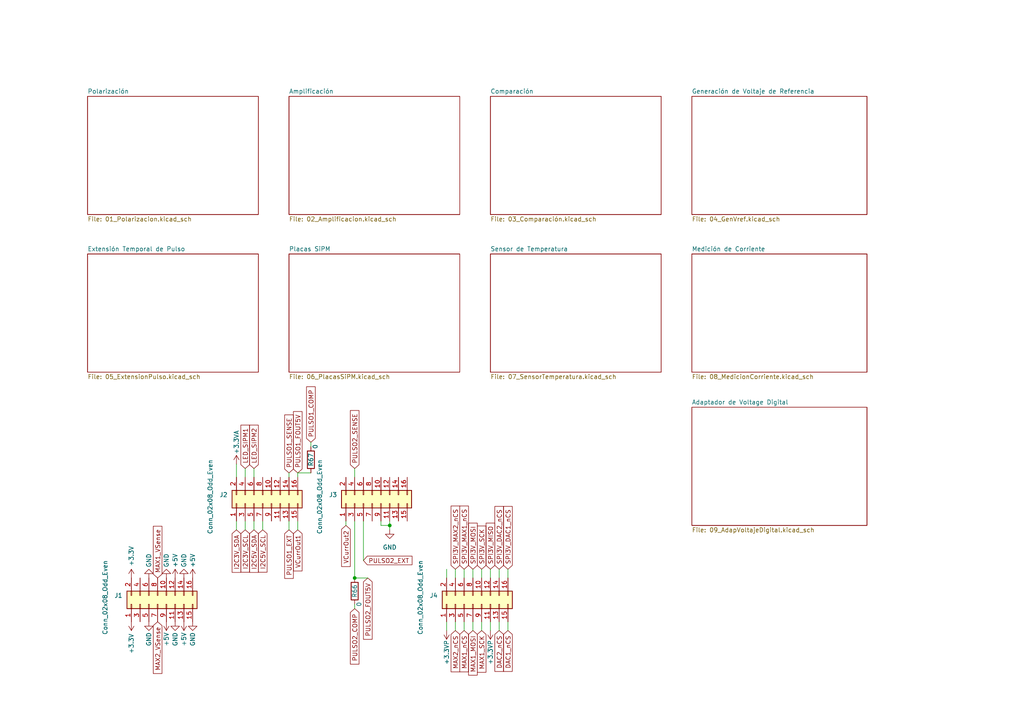
<source format=kicad_sch>
(kicad_sch (version 20230121) (generator eeschema)
  (paper "A4")
  (lib_symbols
    (symbol "Connector_Generic:Conn_02x08_Odd_Even" (pin_names (offset 1.016) hide)
      (property "Reference" "J" (at 1.27 10.16 0))
      (property "Value" "Conn_02x08_Odd_Even" (at 1.27 -12.7 0))
      (symbol "Conn_02x08_Odd_Even_1_1"
        (rectangle (start -1.27 -10.033) (end 0 -10.287) (stroke (width 0.1524)))
        (rectangle (start -1.27 -7.493) (end 0 -7.747) (stroke (width 0.1524)))
        (rectangle (start -1.27 -4.953) (end 0 -5.207) (stroke (width 0.1524)))
        (rectangle (start -1.27 -2.413) (end 0 -2.667) (stroke (width 0.1524)))
        (rectangle (start -1.27 0.127) (end 0 -0.127) (stroke (width 0.1524)))
        (rectangle (start -1.27 2.667) (end 0 2.413) (stroke (width 0.1524)))
        (rectangle (start -1.27 5.207) (end 0 4.953) (stroke (width 0.1524)))
        (rectangle (start -1.27 7.747) (end 0 7.493) (stroke (width 0.1524)))
        (rectangle (start -1.27 8.89) (end 3.81 -11.43) (stroke (width 0.254)) (fill (type background)))
        (rectangle (start 3.81 -10.033) (end 2.54 -10.287) (stroke (width 0.1524)))
        (rectangle (start 3.81 -7.493) (end 2.54 -7.747) (stroke (width 0.1524)))
        (rectangle (start 3.81 -4.953) (end 2.54 -5.207) (stroke (width 0.1524)))
        (rectangle (start 3.81 -2.413) (end 2.54 -2.667) (stroke (width 0.1524)))
        (rectangle (start 3.81 0.127) (end 2.54 -0.127) (stroke (width 0.1524)))
        (rectangle (start 3.81 2.667) (end 2.54 2.413) (stroke (width 0.1524)))
        (rectangle (start 3.81 5.207) (end 2.54 4.953) (stroke (width 0.1524)))
        (rectangle (start 3.81 7.747) (end 2.54 7.493) (stroke (width 0.1524)))
        (pin passive line (at -5.08 7.62 0) (length 3.81) (name "Pin_1") (number "1"))
        (pin passive line (at 7.62 -2.54 180) (length 3.81) (name "Pin_10") (number "10"))
        (pin passive line (at -5.08 -5.08 0) (length 3.81) (name "Pin_11") (number "11"))
        (pin passive line (at 7.62 -5.08 180) (length 3.81) (name "Pin_12") (number "12"))
        (pin passive line (at -5.08 -7.62 0) (length 3.81) (name "Pin_13") (number "13"))
        (pin passive line (at 7.62 -7.62 180) (length 3.81) (name "Pin_14") (number "14"))
        (pin passive line (at -5.08 -10.16 0) (length 3.81) (name "Pin_15") (number "15"))
        (pin passive line (at 7.62 -10.16 180) (length 3.81) (name "Pin_16") (number "16"))
        (pin passive line (at 7.62 7.62 180) (length 3.81) (name "Pin_2") (number "2"))
        (pin passive line (at -5.08 5.08 0) (length 3.81) (name "Pin_3") (number "3"))
        (pin passive line (at 7.62 5.08 180) (length 3.81) (name "Pin_4") (number "4"))
        (pin passive line (at -5.08 2.54 0) (length 3.81) (name "Pin_5") (number "5"))
        (pin passive line (at 7.62 2.54 180) (length 3.81) (name "Pin_6") (number "6"))
        (pin passive line (at -5.08 0 0) (length 3.81) (name "Pin_7") (number "7"))
        (pin passive line (at 7.62 0 180) (length 3.81) (name "Pin_8") (number "8"))
        (pin passive line (at -5.08 -2.54 0) (length 3.81) (name "Pin_9") (number "9"))
      )
    )
    (symbol "Device:R" (pin_numbers hide) (pin_names (offset 0))
      (property "Reference" "R" (at 2.032 0 90))
      (property "Value" "R" (at 0 0 90))
      (symbol "R_0_1"
        (rectangle (start -1.016 -2.54) (end 1.016 2.54) (stroke (width 0.254)))
      )
      (symbol "R_1_1"
        (pin passive line (at 0 3.81 270) (length 1.27) (name "~") (number "1"))
        (pin passive line (at 0 -3.81 90) (length 1.27) (name "~") (number "2"))
      )
    )
    (symbol "power:+3.3V" (power) (pin_names (offset 0))
      (property "Value" "+3.3V" (at 0 3.556 0))
      (symbol "+3.3V_0_1"
        (polyline (pts (xy -0.762 1.27) (xy 0 2.54)))
        (polyline (pts (xy 0 0) (xy 0 2.54)))
        (polyline (pts (xy 0 2.54) (xy 0.762 1.27)))
      )
      (symbol "+3.3V_1_1"
        (pin power_in line (at 0 0 90) (length 0) hide (name "+3.3V") (number "1"))
      )
    )
    (symbol "power:+3.3VA" (power) (pin_names (offset 0))
      (property "Value" "+3.3VA" (at 0 3.556 0))
      (symbol "+3.3VA_0_1"
        (polyline (pts (xy -0.762 1.27) (xy 0 2.54)))
        (polyline (pts (xy 0 0) (xy 0 2.54)))
        (polyline (pts (xy 0 2.54) (xy 0.762 1.27)))
      )
      (symbol "+3.3VA_1_1"
        (pin power_in line (at 0 0 90) (length 0) hide (name "+3.3VA") (number "1"))
      )
    )
    (symbol "power:+3.3VP" (power) (pin_names (offset 0))
      (property "Value" "+3.3VP" (at 0 2.54 0))
      (symbol "+3.3VP_0_0"
        (pin power_in line (at 0 0 90) (length 0) hide (name "+3.3VP") (number "1"))
      )
      (symbol "+3.3VP_0_1"
        (polyline (pts (xy -0.762 1.27) (xy 0 2.54)))
        (polyline (pts (xy 0 0) (xy 0 2.54)))
        (polyline (pts (xy 0 2.54) (xy 0.762 1.27)))
      )
    )
    (symbol "power:+5V" (power) (pin_names (offset 0))
      (property "Value" "+5V" (at 0 3.556 0))
      (symbol "+5V_0_1"
        (polyline (pts (xy -0.762 1.27) (xy 0 2.54)))
        (polyline (pts (xy 0 0) (xy 0 2.54)))
        (polyline (pts (xy 0 2.54) (xy 0.762 1.27)))
      )
      (symbol "+5V_1_1"
        (pin power_in line (at 0 0 90) (length 0) hide (name "+5V") (number "1"))
      )
    )
    (symbol "power:GND" (power) (pin_names (offset 0))
      (property "Value" "GND" (at 0 -3.81 0))
      (symbol "GND_0_1"
        (polyline (pts (xy 0 0) (xy 0 -1.27) (xy 1.27 -1.27) (xy 0 -2.54) (xy -1.27 -1.27) (xy 0 -1.27)))
      )
      (symbol "GND_1_1"
        (pin power_in line (at 0 0 270) (length 0) hide (name "GND") (number "1"))
      )
    )
  )
  (junction (at 102.87 167.64))
  (junction (at 113.03 152.4))
  (wire (pts (xy 102.87 167.64) (xy 106.68 167.64)))
  (wire (pts (xy 105.41 151.13) (xy 105.41 162.56)))
  (wire (pts (xy 86.36 151.13) (xy 86.36 153.67)))
  (wire (pts (xy 147.32 180.34) (xy 147.32 182.88)))
  (wire (pts (xy 86.36 137.16) (xy 86.36 138.43)))
  (wire (pts (xy 83.82 151.13) (xy 83.82 153.67)))
  (wire (pts (xy 129.54 180.34) (xy 129.54 182.88)))
  (wire (pts (xy 68.58 134.62) (xy 68.58 138.43)))
  (wire (pts (xy 132.08 180.34) (xy 132.08 182.88)))
  (wire (pts (xy 113.03 151.13) (xy 113.03 152.4)))
  (wire (pts (xy 73.66 135.89) (xy 73.66 138.43)))
  (wire (pts (xy 102.87 175.26) (xy 102.87 176.53)))
  (wire (pts (xy 142.24 165.1) (xy 142.24 167.64)))
  (wire (pts (xy 137.16 180.34) (xy 137.16 182.88)))
  (wire (pts (xy 102.87 151.13) (xy 102.87 167.64)))
  (wire (pts (xy 142.24 180.34) (xy 142.24 182.88)))
  (wire (pts (xy 147.32 165.1) (xy 147.32 167.64)))
  (wire (pts (xy 139.7 165.1) (xy 139.7 167.64)))
  (wire (pts (xy 100.33 151.13) (xy 100.33 152.4)))
  (wire (pts (xy 110.49 152.4) (xy 113.03 152.4)))
  (wire (pts (xy 71.12 135.89) (xy 71.12 138.43)))
  (wire (pts (xy 102.87 135.89) (xy 102.87 138.43)))
  (wire (pts (xy 139.7 180.34) (xy 139.7 182.88)))
  (wire (pts (xy 113.03 152.4) (xy 113.03 153.67)))
  (wire (pts (xy 90.17 137.16) (xy 86.36 137.16)))
  (wire (pts (xy 132.08 165.1) (xy 132.08 167.64)))
  (wire (pts (xy 144.78 180.34) (xy 144.78 182.88)))
  (wire (pts (xy 73.66 151.13) (xy 73.66 153.67)))
  (wire (pts (xy 137.16 165.1) (xy 137.16 167.64)))
  (wire (pts (xy 83.82 137.16) (xy 83.82 138.43)))
  (wire (pts (xy 71.12 151.13) (xy 71.12 153.67)))
  (wire (pts (xy 76.2 151.13) (xy 76.2 153.67)))
  (wire (pts (xy 144.78 165.1) (xy 144.78 167.64)))
  (wire (pts (xy 110.49 151.13) (xy 110.49 152.4)))
  (wire (pts (xy 129.54 165.1) (xy 129.54 167.64)))
  (wire (pts (xy 90.17 129.54) (xy 90.17 128.27)))
  (wire (pts (xy 134.62 180.34) (xy 134.62 182.88)))
  (wire (pts (xy 68.58 151.13) (xy 68.58 153.67)))
  (wire (pts (xy 134.62 165.1) (xy 134.62 167.64)))
  (global_label "PULSO2_EXT" (shape input) (at 105.41 162.56 0) (property "Intersheetrefs" "${INTERSHEET_REFS}" (effects hide)))
  (global_label "PULSO1_EXT" (shape input) (at 83.82 153.67 270) (property "Intersheetrefs" "${INTERSHEET_REFS}" (effects hide)))
  (global_label "PULSO1_COMP" (shape input) (at 90.17 128.27 90) (property "Intersheetrefs" "${INTERSHEET_REFS}" (effects hide)))
  (global_label "I2C3V_SDA" (shape input) (at 68.58 153.67 270) (property "Intersheetrefs" "${INTERSHEET_REFS}" (effects hide)))
  (global_label "MAX1_MOSI" (shape input) (at 137.16 182.88 270) (property "Intersheetrefs" "${INTERSHEET_REFS}" (effects hide)))
  (global_label "SPI3V_MAX1_nCS" (shape input) (at 134.62 165.1 90) (property "Intersheetrefs" "${INTERSHEET_REFS}" (effects hide)))
  (global_label "DAC2_nCS" (shape input) (at 144.78 182.88 270) (property "Intersheetrefs" "${INTERSHEET_REFS}" (effects hide)))
  (global_label "VCurrOut2" (shape input) (at 100.33 152.4 270) (property "Intersheetrefs" "${INTERSHEET_REFS}" (effects hide)))
  (global_label "I2C3V_SCL" (shape input) (at 71.12 153.67 270) (property "Intersheetrefs" "${INTERSHEET_REFS}" (effects hide)))
  (global_label "LED_SIPM2" (shape input) (at 73.66 135.89 90) (property "Intersheetrefs" "${INTERSHEET_REFS}" (effects hide)))
  (global_label "SPI3V_MOSI" (shape input) (at 137.16 165.1 90) (property "Intersheetrefs" "${INTERSHEET_REFS}" (effects hide)))
  (global_label "SPI3V_SCK" (shape input) (at 139.7 165.1 90) (property "Intersheetrefs" "${INTERSHEET_REFS}" (effects hide)))
  (global_label "MAX2_nCS" (shape input) (at 132.08 182.88 270) (property "Intersheetrefs" "${INTERSHEET_REFS}" (effects hide)))
  (global_label "SPI3V_DAC1_nCS" (shape input) (at 147.32 165.1 90) (property "Intersheetrefs" "${INTERSHEET_REFS}" (effects hide)))
  (global_label "MAX1_nCS" (shape input) (at 134.62 182.88 270) (property "Intersheetrefs" "${INTERSHEET_REFS}" (effects hide)))
  (global_label "MAX2_VSense" (shape input) (at 45.72 180.34 270) (property "Intersheetrefs" "${INTERSHEET_REFS}" (effects hide)))
  (global_label "PULSO2_COMP" (shape input) (at 102.87 176.53 270) (property "Intersheetrefs" "${INTERSHEET_REFS}" (effects hide)))
  (global_label "MAX1_SCK" (shape input) (at 139.7 182.88 270) (property "Intersheetrefs" "${INTERSHEET_REFS}" (effects hide)))
  (global_label "DAC1_nCS" (shape input) (at 147.32 182.88 270) (property "Intersheetrefs" "${INTERSHEET_REFS}" (effects hide)))
  (global_label "SPI3V_MAX2_nCS" (shape input) (at 132.08 165.1 90) (property "Intersheetrefs" "${INTERSHEET_REFS}" (effects hide)))
  (global_label "VCurrOut1" (shape input) (at 86.36 153.67 270) (property "Intersheetrefs" "${INTERSHEET_REFS}" (effects hide)))
  (global_label "PULSO2_SENSE" (shape input) (at 102.87 135.89 90) (property "Intersheetrefs" "${INTERSHEET_REFS}" (effects hide)))
  (global_label "SPI3V_DAC2_nCS" (shape input) (at 144.78 165.1 90) (property "Intersheetrefs" "${INTERSHEET_REFS}" (effects hide)))
  (global_label "MAX1_VSense" (shape input) (at 45.72 167.64 90) (property "Intersheetrefs" "${INTERSHEET_REFS}" (effects hide)))
  (global_label "SPI3V_MISO" (shape input) (at 142.24 165.1 90) (property "Intersheetrefs" "${INTERSHEET_REFS}" (effects hide)))
  (global_label "LED_SIPM1" (shape input) (at 71.12 135.89 90) (property "Intersheetrefs" "${INTERSHEET_REFS}" (effects hide)))
  (global_label "I2C5V_SDA" (shape input) (at 73.66 153.67 270) (property "Intersheetrefs" "${INTERSHEET_REFS}" (effects hide)))
  (global_label "PULSO1_SENSE" (shape input) (at 83.82 137.16 90) (property "Intersheetrefs" "${INTERSHEET_REFS}" (effects hide)))
  (global_label "PULSO1_FOUT5V" (shape input) (at 86.36 137.16 90) (property "Intersheetrefs" "${INTERSHEET_REFS}" (effects hide)))
  (global_label "I2C5V_SCL" (shape input) (at 76.2 153.67 270) (property "Intersheetrefs" "${INTERSHEET_REFS}" (effects hide)))
  (global_label "PULSO2_FOUT5V" (shape input) (at 106.68 167.64 270) (property "Intersheetrefs" "${INTERSHEET_REFS}" (effects hide)))
  (symbol (lib_id "power:GND") (at 50.8 180.34 0) (unit 1)
    (property "Reference" "#PWR0124" (effects hide))
    (property "Value" "GND" (at 50.8 185.42 90))
  )
  (symbol (lib_id "power:+3.3VA") (at 68.58 134.62 0) (unit 1)
    (property "Reference" "#PWR0132" (effects hide))
    (property "Value" "+3.3VA" (at 68.58 128.27 90))
  )
  (symbol (lib_id "power:GND") (at 43.18 167.64 180) (unit 1)
    (property "Reference" "#PWR0125" (effects hide))
    (property "Value" "GND" (at 43.18 162.56 90))
  )
  (symbol (lib_id "power:+3.3VP") (at 129.54 182.88 180) (unit 1)
    (property "Reference" "#PWR028" (effects hide))
    (property "Value" "+3.3VP" (at 129.54 189.23 90))
  )
  (symbol (lib_id "Connector_Generic:Conn_02x08_Odd_Even") (at 45.72 175.26 90) (unit 1)
    (property "Reference" "J1" (at 35.56 172.72 90) (effects (justify left)))
    (property "Value" "Conn_02x08_Odd_Even" (at 30.48 184.15 0) (effects (justify left)))
    (property "Footprint" "Connector_PinHeader_2.54mm:PinHeader_2x08_P2.54mm_Vertical" (effects hide))
  )
  (symbol (lib_id "power:+5V") (at 48.26 180.34 180) (unit 1)
    (property "Reference" "#PWR096" (effects hide))
    (property "Value" "+5V" (at 48.26 185.42 90))
  )
  (symbol (lib_id "power:+5V") (at 50.8 167.64 0) (unit 1)
    (property "Reference" "#PWR039" (effects hide))
    (property "Value" "+5V" (at 50.8 162.56 90))
  )
  (symbol (lib_id "power:GND") (at 48.26 167.64 180) (unit 1)
    (property "Reference" "#PWR0120" (effects hide))
    (property "Value" "GND" (at 48.26 162.56 90))
  )
  (symbol (lib_id "Connector_Generic:Conn_02x08_Odd_Even") (at 107.95 146.05 90) (unit 1)
    (property "Reference" "J3" (at 97.79 143.51 90) (effects (justify left)))
    (property "Value" "Conn_02x08_Odd_Even" (at 92.71 154.94 0) (effects (justify left)))
    (property "Footprint" "Connector_PinHeader_2.54mm:PinHeader_2x08_P2.54mm_Vertical" (effects hide))
  )
  (symbol (lib_id "power:GND") (at 53.34 167.64 180) (unit 1)
    (property "Reference" "#PWR0119" (effects hide))
    (property "Value" "GND" (at 53.34 162.56 90))
  )
  (symbol (lib_id "power:+5V") (at 53.34 180.34 180) (unit 1)
    (property "Reference" "#PWR0113" (effects hide))
    (property "Value" "+5V" (at 53.34 185.42 90))
  )
  (symbol (lib_id "power:GND") (at 113.03 153.67 0) (unit 1)
    (property "Reference" "#PWR027" (effects hide))
    (property "Value" "GND" (at 113.03 158.75 0))
  )
  (symbol (lib_id "power:GND") (at 43.18 180.34 0) (unit 1)
    (property "Reference" "#PWR0126" (effects hide))
    (property "Value" "GND" (at 43.18 185.42 90))
  )
  (symbol (lib_id "power:+3.3V") (at 38.1 180.34 180) (unit 1)
    (property "Reference" "#PWR0118" (effects hide))
    (property "Value" "+3.3V" (at 38.1 186.69 90))
  )
  (symbol (lib_id "power:+3.3V") (at 38.1 167.64 0) (unit 1)
    (property "Reference" "#PWR037" (effects hide))
    (property "Value" "+3.3V" (at 38.1 161.29 90))
  )
  (symbol (lib_id "Device:R") (at 90.17 133.35 0) (unit 1)
    (property "Reference" "R67" (at 90.17 133.35 90))
    (property "Value" "0" (at 91.44 129.54 90))
    (property "Footprint" "Resistor_SMD:R_0805_2012Metric" (effects hide))
  )
  (symbol (lib_id "Connector_Generic:Conn_02x08_Odd_Even") (at 76.2 146.05 90) (unit 1)
    (property "Reference" "J2" (at 66.04 143.51 90) (effects (justify left)))
    (property "Value" "Conn_02x08_Odd_Even" (at 60.96 154.94 0) (effects (justify left)))
    (property "Footprint" "Connector_PinHeader_2.54mm:PinHeader_2x08_P2.54mm_Vertical" (effects hide))
  )
  (symbol (lib_id "Connector_Generic:Conn_02x08_Odd_Even") (at 137.16 175.26 90) (unit 1)
    (property "Reference" "J4" (at 127 172.72 90) (effects (justify left)))
    (property "Value" "Conn_02x08_Odd_Even" (at 121.92 184.15 0) (effects (justify left)))
    (property "Footprint" "Connector_PinHeader_2.54mm:PinHeader_2x08_P2.54mm_Vertical" (effects hide))
  )
  (symbol (lib_id "power:GND") (at 55.88 180.34 0) (unit 1)
    (property "Reference" "#PWR094" (effects hide))
    (property "Value" "GND" (at 55.88 185.42 90))
  )
  (symbol (lib_id "Device:R") (at 102.87 171.45 0) (mirror x) (unit 1)
    (property "Reference" "R66" (at 102.87 171.45 90))
    (property "Value" "0" (at 104.14 175.26 90))
    (property "Footprint" "Resistor_SMD:R_0805_2012Metric" (effects hide))
  )
  (symbol (lib_id "power:+5V") (at 55.88 167.64 0) (unit 1)
    (property "Reference" "#PWR038" (effects hide))
    (property "Value" "+5V" (at 55.88 162.56 90))
  )
  (symbol (lib_id "power:+3.3VP") (at 142.24 182.88 180) (unit 1)
    (property "Reference" "#PWR034" (effects hide))
    (property "Value" "+3.3VP" (at 142.24 189.23 90))
  )
  (sheet (at 25.4 73.66) (size 49.53 34.29) (stroke (width 0.1524))
    (property "Sheetname" "Extensión Temporal de Pulso" (at 25.4 72.9484 0) (effects (justify left bottom)))
    (property "Sheetfile" "05_ExtensionPulso.kicad_sch" (at 25.4 108.5346 0) (effects (justify left top)))
  )
  (sheet (at 200.66 118.11) (size 50.8 34.29) (stroke (width 0.1524))
    (property "Sheetname" "Adaptador de Voltage Digital" (at 200.66 117.3984 0) (effects (justify left bottom)))
    (property "Sheetfile" "09_AdapVoltajeDigital.kicad_sch" (at 200.66 152.9846 0) (effects (justify left top)))
  )
  (sheet (at 200.66 27.94) (size 50.8 34.29) (stroke (width 0.1524))
    (property "Sheetname" "Generación de Voltaje de Referencia" (at 200.66 27.2284 0) (effects (justify left bottom)))
    (property "Sheetfile" "04_GenVref.kicad_sch" (at 200.66 62.8146 0) (effects (justify left top)))
  )
  (sheet (at 83.82 27.94) (size 49.53 34.29) (stroke (width 0.1524))
    (property "Sheetname" "Amplificación" (at 83.82 27.2284 0) (effects (justify left bottom)))
    (property "Sheetfile" "02_Amplificacion.kicad_sch" (at 83.82 62.8146 0) (effects (justify left top)))
  )
  (sheet (at 142.24 27.94) (size 49.53 34.29) (stroke (width 0.1524))
    (property "Sheetname" "Comparación" (at 142.24 27.2284 0) (effects (justify left bottom)))
    (property "Sheetfile" "03_Comparación.kicad_sch" (at 142.24 62.8146 0) (effects (justify left top)))
  )
  (sheet (at 142.24 73.66) (size 49.53 34.29) (stroke (width 0.1524))
    (property "Sheetname" "Sensor de Temperatura" (at 142.24 72.9484 0) (effects (justify left bottom)))
    (property "Sheetfile" "07_SensorTemperatura.kicad_sch" (at 142.24 108.5346 0) (effects (justify left top)))
  )
  (sheet (at 83.82 73.66) (size 49.53 34.29) (stroke (width 0.1524))
    (property "Sheetname" "Placas SiPM" (at 83.82 72.9484 0) (effects (justify left bottom)))
    (property "Sheetfile" "06_PlacasSiPM.kicad_sch" (at 83.82 108.5346 0) (effects (justify left top)))
  )
  (sheet (at 200.66 73.66) (size 50.8 34.29) (stroke (width 0.1524))
    (property "Sheetname" "Medición de Corriente" (at 200.66 72.9484 0) (effects (justify left bottom)))
    (property "Sheetfile" "08_MedicionCorriente.kicad_sch" (at 200.66 108.5346 0) (effects (justify left top)))
  )
  (sheet (at 25.4 27.94) (size 49.53 34.29) (stroke (width 0.1524))
    (property "Sheetname" "Polarización" (at 25.4 27.2284 0) (effects (justify left bottom)))
    (property "Sheetfile" "01_Polarizacion.kicad_sch" (at 25.4 62.8146 0) (effects (justify left top)))
  )
)
</source>
